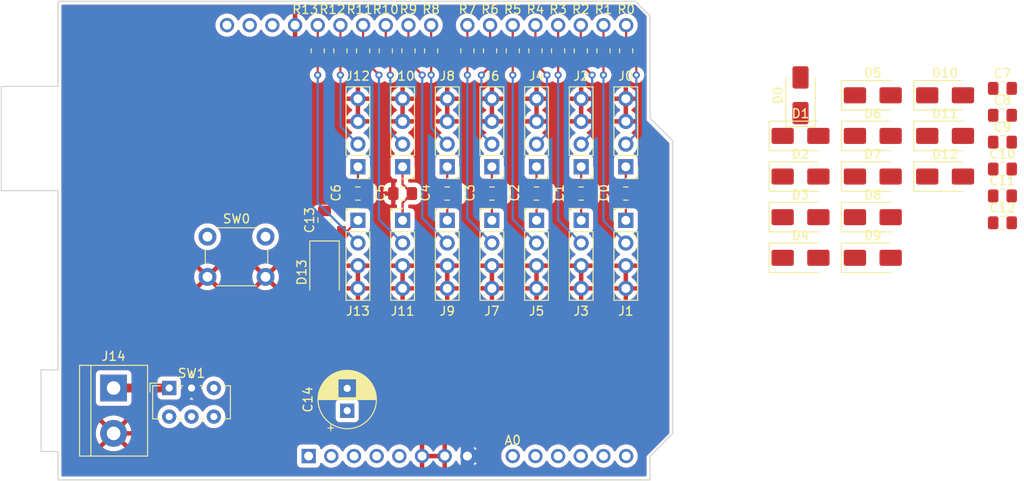
<source format=kicad_pcb>
(kicad_pcb (version 20221018) (generator pcbnew)
  (layers (0 "F.Cu" signal) (31 "B.Cu" signal) (34 "B.Paste" user) (35 "F.Paste" user) (36 "B.SilkS" user "B.Silkscreen") (37 "F.SilkS" user "F.Silkscreen") (38 "B.Mask" user) (39 "F.Mask" user) (44 "Edge.Cuts" user))
  (net 0 "")
  (net 2 "+5V")
  (net 3 "GND")
  (net 4 "/D0")
  (net 5 "/D2")
  (net 6 "/D4")
  (net 7 "/D6")
  (net 8 "/D7")
  (net 9 "/D8")
  (net 10 "/D9")
  (net 11 "/D10")
  (net 12 "/D11")
  (net 13 "/D13")
  (net 15 "Net-(J0-Pin_2)")
  (net 17 "Net-(J1-Pin_2)")
  (net 18 "Net-(J2-Pin_2)")
  (net 19 "Net-(J3-Pin_2)")
  (net 20 "Net-(J4-Pin_2)")
  (net 21 "Net-(J5-Pin_2)")
  (net 22 "Net-(J6-Pin_2)")
  (net 23 "Net-(J7-Pin_2)")
  (net 24 "Net-(J8-Pin_2)")
  (net 25 "Net-(J9-Pin_2)")
  (net 26 "Net-(J10-Pin_2)")
  (net 27 "Net-(J11-Pin_2)")
  (net 28 "Net-(J12-Pin_2)")
  (net 29 "Net-(J13-Pin_2)")
  (net 30 "/D1")
  (net 31 "/D3")
  (net 32 "/D5")
  (net 33 "/D12")
  (net 43 "Net-(A0-~{RESET})")
  (net 45 "Net-(D0-K)")
  (net 46 "Net-(D1-K)")
  (net 47 "Net-(D2-K)")
  (net 48 "Net-(D3-K)")
  (net 49 "Net-(D4-K)")
  (net 50 "Net-(D5-K)")
  (net 51 "Net-(D6-K)")
  (net 52 "Net-(D7-K)")
  (net 53 "Net-(D8-K)")
  (net 54 "Net-(D9-K)")
  (net 55 "Net-(D10-K)")
  (net 56 "Net-(D11-K)")
  (net 57 "Net-(D12-K)")
  (net 58 "Net-(D13-K)")
  (net 59 "/VIN")
  (footprint "Connector_PinHeader_2.54mm:PinHeader_1x04_P2.54mm_Vertical" (layer "F.Cu") (at 162 54.12)
    (fp_text reference "J7" (at 0 10.16) (layer "F.SilkS"))
    (fp_text value "Conn_01x04_Socket")
    (pad "1" thru_hole rect (at 0 0) (size 1.7 1.7) (drill 1) (layers "*.Cu" "*.Mask") (net 52 "Net-(D7-K)"))
    (pad "2" thru_hole oval (at 0 2.54) (size 1.7 1.7) (drill 1) (layers "*.Cu" "*.Mask") (net 23 "Net-(J7-Pin_2)"))
    (pad "3" thru_hole oval (at 0 5.08) (size 1.7 1.7) (drill 1) (layers "*.Cu" "*.Mask") (net 3 "GND"))
    (pad "4" thru_hole oval (at 0 7.62) (size 1.7 1.7) (drill 1) (layers "*.Cu" "*.Mask") (net 3 "GND"))
  )
  (footprint "Capacitor_SMD:C_0805_2012Metric_Pad1.18x1.45mm_HandSolder" (layer "F.Cu") (at 219.1805 51.384)
    (fp_text reference "C11" (at 0 -1.68) (layer "F.SilkS"))
    (fp_text value "100nF")
    (pad "1" smd roundrect (at -1.0375 0) (size 1.175 1.45) (layers "F.Cu" "F.Paste" "F.Mask") (roundrect_rratio 0.212766) (net 56 "Net-(D11-K)"))
    (pad "2" smd roundrect (at 1.0375 0) (size 1.175 1.45) (layers "F.Cu" "F.Paste" "F.Mask") (roundrect_rratio 0.212766) (net 3 "GND"))
  )
  (footprint "Resistor_SMD:R_0805_2012Metric" (layer "F.Cu") (at 169.418 35.1355 90)
    (fp_text reference "R3" (at 4.6355 0 180) (layer "F.SilkS"))
    (fp_text value "330R")
    (pad "1" smd roundrect (at -0.9125 0 90) (size 1.025 1.4) (layers "F.Cu" "F.Paste" "F.Mask") (roundrect_rratio 0.243902) (net 19 "Net-(J3-Pin_2)"))
    (pad "2" smd roundrect (at 0.9125 0 90) (size 1.025 1.4) (layers "F.Cu" "F.Paste" "F.Mask") (roundrect_rratio 0.243902) (net 4 "/D0"))
  )
  (footprint "Resistor_SMD:R_0805_2012Metric" (layer "F.Cu") (at 161.798 35.1355 90)
    (fp_text reference "R6" (at 4.6355 0 180) (layer "F.SilkS"))
    (fp_text value "330R")
    (pad "1" smd roundrect (at -0.9125 0 90) (size 1.025 1.4) (layers "F.Cu" "F.Paste" "F.Mask") (roundrect_rratio 0.243902) (net 22 "Net-(J6-Pin_2)"))
    (pad "2" smd roundrect (at 0.9125 0 90) (size 1.025 1.4) (layers "F.Cu" "F.Paste" "F.Mask") (roundrect_rratio 0.243902) (net 4 "/D0"))
  )
  (footprint "Connector_PinHeader_2.54mm:PinHeader_1x04_P2.54mm_Vertical" (layer "F.Cu") (at 147 54.12)
    (fp_text reference "J13" (at 0 10.16) (layer "F.SilkS"))
    (fp_text value "Conn_01x04_Socket")
    (pad "1" thru_hole rect (at 0 0) (size 1.7 1.7) (drill 1) (layers "*.Cu" "*.Mask") (net 58 "Net-(D13-K)"))
    (pad "2" thru_hole oval (at 0 2.54) (size 1.7 1.7) (drill 1) (layers "*.Cu" "*.Mask") (net 29 "Net-(J13-Pin_2)"))
    (pad "3" thru_hole oval (at 0 5.08) (size 1.7 1.7) (drill 1) (layers "*.Cu" "*.Mask") (net 3 "GND"))
    (pad "4" thru_hole oval (at 0 7.62) (size 1.7 1.7) (drill 1) (layers "*.Cu" "*.Mask") (net 3 "GND"))
  )
  (footprint "Button_Switch_THT:SW_PUSH_6mm_H5mm" (layer "F.Cu") (at 130.152 55.952)
    (fp_text reference "SW0" (at 3.25 -2) (layer "F.SilkS"))
    (fp_text value "SW_Push")
    (pad "1" thru_hole circle (at 0 0 90) (size 2 2) (drill 1.1) (layers "*.Cu" "*.Mask") (net 43 "Net-(A0-~{RESET})"))
    (pad "1" thru_hole circle (at 6.5 0 90) (size 2 2) (drill 1.1) (layers "*.Cu" "*.Mask") (net 43 "Net-(A0-~{RESET})"))
    (pad "2" thru_hole circle (at 0 4.5 90) (size 2 2) (drill 1.1) (layers "*.Cu" "*.Mask") (net 3 "GND"))
    (pad "2" thru_hole circle (at 6.5 4.5 90) (size 2 2) (drill 1.1) (layers "*.Cu" "*.Mask") (net 3 "GND"))
  )
  (footprint "Connector_PinHeader_2.54mm:PinHeader_1x04_P2.54mm_Vertical" (layer "F.Cu") (at 162 48.12 180)
    (fp_text reference "J6" (at 0 10.16) (layer "F.SilkS"))
    (fp_text value "Conn_01x04_Socket")
    (pad "1" thru_hole rect (at 0 0 180) (size 1.7 1.7) (drill 1) (layers "*.Cu" "*.Mask") (net 51 "Net-(D6-K)"))
    (pad "2" thru_hole oval (at 0 2.54 180) (size 1.7 1.7) (drill 1) (layers "*.Cu" "*.Mask") (net 22 "Net-(J6-Pin_2)"))
    (pad "3" thru_hole oval (at 0 5.08 180) (size 1.7 1.7) (drill 1) (layers "*.Cu" "*.Mask") (net 3 "GND"))
    (pad "4" thru_hole oval (at 0 7.62 180) (size 1.7 1.7) (drill 1) (layers "*.Cu" "*.Mask") (net 3 "GND"))
  )
  (footprint "Diode_SMD:D_SMA" (layer "F.Cu") (at 196.5655 40.114 90)
    (fp_text reference "D0" (at 0 -2.5 90) (layer "F.SilkS"))
    (fp_text value "US1A")
    (pad "1" smd roundrect (at -2 0 90) (size 2.5 1.8) (layers "F.Cu" "F.Paste" "F.Mask") (roundrect_rratio 0.1388888889) (net 45 "Net-(D0-K)"))
    (pad "2" smd roundrect (at 2 0 90) (size 2.5 1.8) (layers "F.Cu" "F.Paste" "F.Mask") (roundrect_rratio 0.1388888889) (net 59 "/VIN"))
  )
  (footprint "Diode_SMD:D_SMA" (layer "F.Cu") (at 212.7555 49.214)
    (fp_text reference "D12" (at 0 -2.5) (layer "F.SilkS"))
    (fp_text value "US1A")
    (pad "1" smd roundrect (at -2 0) (size 2.5 1.8) (layers "F.Cu" "F.Paste" "F.Mask") (roundrect_rratio 0.1388888889) (net 57 "Net-(D12-K)"))
    (pad "2" smd roundrect (at 2 0) (size 2.5 1.8) (layers "F.Cu" "F.Paste" "F.Mask") (roundrect_rratio 0.1388888889) (net 59 "/VIN"))
  )
  (footprint "Diode_SMD:D_SMA" (layer "F.Cu") (at 196.5655 44.664)
    (fp_text reference "D1" (at 0 -2.5) (layer "F.SilkS"))
    (fp_text value "US1A")
    (pad "1" smd roundrect (at -2 0) (size 2.5 1.8) (layers "F.Cu" "F.Paste" "F.Mask") (roundrect_rratio 0.1388888889) (net 46 "Net-(D1-K)"))
    (pad "2" smd roundrect (at 2 0) (size 2.5 1.8) (layers "F.Cu" "F.Paste" "F.Mask") (roundrect_rratio 0.1388888889) (net 59 "/VIN"))
  )
  (footprint "Connector_PinHeader_2.54mm:PinHeader_1x04_P2.54mm_Vertical" (layer "F.Cu") (at 147 48.12 180)
    (fp_text reference "J12" (at 0 10.16 180) (layer "F.SilkS"))
    (fp_text value "Conn_01x04_Socket")
    (pad "1" thru_hole rect (at 0 0 180) (size 1.7 1.7) (drill 1) (layers "*.Cu" "*.Mask") (net 57 "Net-(D12-K)"))
    (pad "2" thru_hole oval (at 0 2.54 180) (size 1.7 1.7) (drill 1) (layers "*.Cu" "*.Mask") (net 28 "Net-(J12-Pin_2)"))
    (pad "3" thru_hole oval (at 0 5.08 180) (size 1.7 1.7) (drill 1) (layers "*.Cu" "*.Mask") (net 3 "GND"))
    (pad "4" thru_hole oval (at 0 7.62 180) (size 1.7 1.7) (drill 1) (layers "*.Cu" "*.Mask") (net 3 "GND"))
  )
  (footprint "Connector_PinHeader_2.54mm:PinHeader_1x04_P2.54mm_Vertical" (layer "F.Cu") (at 152 48.12 180)
    (fp_text reference "J10" (at 0 10.16 180) (layer "F.SilkS"))
    (fp_text value "Conn_01x04_Socket")
    (pad "1" thru_hole rect (at 0 0 180) (size 1.7 1.7) (drill 1) (layers "*.Cu" "*.Mask") (net 55 "Net-(D10-K)"))
    (pad "2" thru_hole oval (at 0 2.54 180) (size 1.7 1.7) (drill 1) (layers "*.Cu" "*.Mask") (net 26 "Net-(J10-Pin_2)"))
    (pad "3" thru_hole oval (at 0 5.08 180) (size 1.7 1.7) (drill 1) (layers "*.Cu" "*.Mask") (net 3 "GND"))
    (pad "4" thru_hole oval (at 0 7.62 180) (size 1.7 1.7) (drill 1) (layers "*.Cu" "*.Mask") (net 3 "GND"))
  )
  (footprint "Diode_SMD:D_SMA" (layer "F.Cu") (at 196.5655 58.314)
    (fp_text reference "D4" (at 0 -2.5) (layer "F.SilkS"))
    (fp_text value "US1A")
    (pad "1" smd roundrect (at -2 0) (size 2.5 1.8) (layers "F.Cu" "F.Paste" "F.Mask") (roundrect_rratio 0.1388888889) (net 49 "Net-(D4-K)"))
    (pad "2" smd roundrect (at 2 0) (size 2.5 1.8) (layers "F.Cu" "F.Paste" "F.Mask") (roundrect_rratio 0.1388888889) (net 59 "/VIN"))
  )
  (footprint "Resistor_SMD:R_0805_2012Metric" (layer "F.Cu") (at 152.658 35.1355 90)
    (fp_text reference "R9" (at 4.6355 -0.004 180) (layer "F.SilkS"))
    (fp_text value "330R")
    (pad "1" smd roundrect (at -0.9125 0 90) (size 1.025 1.4) (layers "F.Cu" "F.Paste" "F.Mask") (roundrect_rratio 0.243902) (net 25 "Net-(J9-Pin_2)"))
    (pad "2" smd roundrect (at 0.9125 0 90) (size 1.025 1.4) (layers "F.Cu" "F.Paste" "F.Mask") (roundrect_rratio 0.243902) (net 4 "/D0"))
  )
  (footprint "Connector_PinHeader_2.54mm:PinHeader_1x04_P2.54mm_Vertical" (layer "F.Cu") (at 172 48.12 180)
    (fp_text reference "J2" (at 0 10.16) (layer "F.SilkS"))
    (fp_text value "Conn_01x04_Socket")
    (pad "1" thru_hole rect (at 0 0 180) (size 1.7 1.7) (drill 1) (layers "*.Cu" "*.Mask") (net 47 "Net-(D2-K)"))
    (pad "2" thru_hole oval (at 0 2.54 180) (size 1.7 1.7) (drill 1) (layers "*.Cu" "*.Mask") (net 18 "Net-(J2-Pin_2)"))
    (pad "3" thru_hole oval (at 0 5.08 180) (size 1.7 1.7) (drill 1) (layers "*.Cu" "*.Mask") (net 3 "GND"))
    (pad "4" thru_hole oval (at 0 7.62 180) (size 1.7 1.7) (drill 1) (layers "*.Cu" "*.Mask") (net 3 "GND"))
  )
  (footprint "Resistor_SMD:R_0805_2012Metric" (layer "F.Cu") (at 174.498 35.1355 90)
    (fp_text reference "R1" (at 4.6355 0 180) (layer "F.SilkS"))
    (fp_text value "330R")
    (pad "1" smd roundrect (at -0.9125 0 90) (size 1.025 1.4) (layers "F.Cu" "F.Paste" "F.Mask") (roundrect_rratio 0.243902) (net 17 "Net-(J1-Pin_2)"))
    (pad "2" smd roundrect (at 0.9125 0 90) (size 1.025 1.4) (layers "F.Cu" "F.Paste" "F.Mask") (roundrect_rratio 0.243902) (net 4 "/D0"))
  )
  (footprint "Diode_SMD:D_SMA" (layer "F.Cu") (at 196.5655 53.764)
    (fp_text reference "D3" (at 0 -2.5) (layer "F.SilkS"))
    (fp_text value "US1A")
    (pad "1" smd roundrect (at -2 0) (size 2.5 1.8) (layers "F.Cu" "F.Paste" "F.Mask") (roundrect_rratio 0.1388888889) (net 48 "Net-(D3-K)"))
    (pad "2" smd roundrect (at 2 0) (size 2.5 1.8) (layers "F.Cu" "F.Paste" "F.Mask") (roundrect_rratio 0.1388888889) (net 59 "/VIN"))
  )
  (footprint "Capacitor_SMD:C_0805_2012Metric_Pad1.18x1.45mm_HandSolder" (layer "F.Cu") (at 162 51.12 180)
    (fp_text reference "C3" (at 2.4625 0.08 90) (layer "F.SilkS"))
    (fp_text value "100nF")
    (pad "1" smd roundrect (at -1.0375 0 180) (size 1.175 1.45) (layers "F.Cu" "F.Paste" "F.Mask") (roundrect_rratio 0.212766) (net 48 "Net-(D3-K)"))
    (pad "2" smd roundrect (at 1.0375 0 180) (size 1.175 1.45) (layers "F.Cu" "F.Paste" "F.Mask") (roundrect_rratio 0.212766) (net 3 "GND"))
  )
  (footprint "Button_Switch_THT:SW_E-Switch_EG1271_SPDT" (layer "F.Cu") (at 125.8625 72.898)
    (fp_text reference "SW1" (at 2.5 -1.65) (layer "F.SilkS"))
    (fp_text value "SW_SPST")
    (pad "1" thru_hole rect (at 0 0) (size 1.6 1.6) (drill 0.8) (layers "*.Cu" "*.Mask") (net 2 "+5V"))
    (pad "2" thru_hole circle (at 2.5 0) (size 1.6 1.6) (drill 0.8) (layers "*.Cu" "*.Mask") (net 59 "/VIN"))
    (pad "3" thru_hole circle (at 5 0) (size 1.6 1.6) (drill 0.8) (layers "*.Cu" "*.Mask"))
    (pad "4" thru_hole circle (at 0 3.2) (size 1.6 1.6) (drill 0.8) (layers "*.Cu" "*.Mask"))
    (pad "5" thru_hole circle (at 2.5 3.2) (size 1.6 1.6) (drill 0.8) (layers "*.Cu" "*.Mask"))
    (pad "6" thru_hole circle (at 5 3.2) (size 1.6 1.6) (drill 0.8) (layers "*.Cu" "*.Mask"))
  )
  (footprint "Capacitor_SMD:C_0805_2012Metric_Pad1.18x1.45mm_HandSolder" (layer "F.Cu") (at 219.1805 45.364)
    (fp_text reference "C9" (at 0 -1.68) (layer "F.SilkS"))
    (fp_text value "100nF")
    (pad "1" smd roundrect (at -1.0375 0) (size 1.175 1.45) (layers "F.Cu" "F.Paste" "F.Mask") (roundrect_rratio 0.212766) (net 54 "Net-(D9-K)"))
    (pad "2" smd roundrect (at 1.0375 0) (size 1.175 1.45) (layers "F.Cu" "F.Paste" "F.Mask") (roundrect_rratio 0.212766) (net 3 "GND"))
  )
  (footprint "Capacitor_SMD:C_0805_2012Metric_Pad1.18x1.45mm_HandSolder" (layer "F.Cu") (at 143.256 54.102 90)
    (fp_text reference "C13" (at 0 -1.68 90) (layer "F.SilkS"))
    (fp_text value "100nF")
    (pad "1" smd roundrect (at -1.0375 0 90) (size 1.175 1.45) (layers "F.Cu" "F.Paste" "F.Mask") (roundrect_rratio 0.212766) (net 58 "Net-(D13-K)"))
    (pad "2" smd roundrect (at 1.0375 0 90) (size 1.175 1.45) (layers "F.Cu" "F.Paste" "F.Mask") (roundrect_rratio 0.212766) (net 3 "GND"))
  )
  (footprint "Capacitor_SMD:C_0805_2012Metric_Pad1.18x1.45mm_HandSolder" (layer "F.Cu") (at 157 51.12 180)
    (fp_text reference "C4" (at 2.4625 0.08 90) (layer "F.SilkS"))
    (fp_text value "100nF")
    (pad "1" smd roundrect (at -1.0375 0 180) (size 1.175 1.45) (layers "F.Cu" "F.Paste" "F.Mask") (roundrect_rratio 0.212766) (net 49 "Net-(D4-K)"))
    (pad "2" smd roundrect (at 1.0375 0 180) (size 1.175 1.45) (layers "F.Cu" "F.Paste" "F.Mask") (roundrect_rratio 0.212766) (net 3 "GND"))
  )
  (footprint "Capacitor_SMD:C_0805_2012Metric_Pad1.18x1.45mm_HandSolder" (layer "F.Cu") (at 219.1805 42.354)
    (fp_text reference "C8" (at 0 -1.68) (layer "F.SilkS"))
    (fp_text value "100nF")
    (pad "1" smd roundrect (at -1.0375 0) (size 1.175 1.45) (layers "F.Cu" "F.Paste" "F.Mask") (roundrect_rratio 0.212766) (net 53 "Net-(D8-K)"))
    (pad "2" smd roundrect (at 1.0375 0) (size 1.175 1.45) (layers "F.Cu" "F.Paste" "F.Mask") (roundrect_rratio 0.212766) (net 3 "GND"))
  )
  (footprint "Connector_PinHeader_2.54mm:PinHeader_1x04_P2.54mm_Vertical" (layer "F.Cu") (at 177 54.12)
    (fp_text reference "J1" (at 0 10.16 180) (layer "F.SilkS"))
    (fp_text value "Conn_01x04_Socket")
    (pad "1" thru_hole rect (at 0 0) (size 1.7 1.7) (drill 1) (layers "*.Cu" "*.Mask") (net 46 "Net-(D1-K)"))
    (pad "2" thru_hole oval (at 0 2.54) (size 1.7 1.7) (drill 1) (layers "*.Cu" "*.Mask") (net 17 "Net-(J1-Pin_2)"))
    (pad "3" thru_hole oval (at 0 5.08) (size 1.7 1.7) (drill 1) (layers "*.Cu" "*.Mask") (net 3 "GND"))
    (pad "4" thru_hole oval (at 0 7.62) (size 1.7 1.7) (drill 1) (layers "*.Cu" "*.Mask") (net 3 "GND"))
  )
  (footprint "Resistor_SMD:R_0805_2012Metric" (layer "F.Cu") (at 147.578 35.1355 90)
    (fp_text reference "R11" (at 4.6355 -0.385) (layer "F.SilkS"))
    (fp_text value "330R")
    (pad "1" smd roundrect (at -0.9125 0 90) (size 1.025 1.4) (layers "F.Cu" "F.Paste" "F.Mask") (roundrect_rratio 0.243902) (net 27 "Net-(J11-Pin_2)"))
    (pad "2" smd roundrect (at 0.9125 0 90) (size 1.025 1.4) (layers "F.Cu" "F.Paste" "F.Mask") (roundrect_rratio 0.243902) (net 4 "/D0"))
  )
  (footprint "Capacitor_SMD:C_0805_2012Metric_Pad1.18x1.45mm_HandSolder" (layer "F.Cu") (at 152 51.12 180)
    (fp_text reference "C5" (at 2.4625 0.08 90) (layer "F.SilkS"))
    (fp_text value "100nF")
    (pad "1" smd roundrect (at -1.0375 0 180) (size 1.175 1.45) (layers "F.Cu" "F.Paste" "F.Mask") (roundrect_rratio 0.212766) (net 50 "Net-(D5-K)"))
    (pad "2" smd roundrect (at 1.0375 0 180) (size 1.175 1.45) (layers "F.Cu" "F.Paste" "F.Mask") (roundrect_rratio 0.212766) (net 3 "GND"))
  )
  (footprint "Resistor_SMD:R_0805_2012Metric" (layer "F.Cu") (at 155.198 35.1355 90)
    (fp_text reference "R8" (at 4.6355 -0.004 180) (layer "F.SilkS"))
    (fp_text value "330R")
    (pad "1" smd roundrect (at -0.9125 0 90) (size 1.025 1.4) (layers "F.Cu" "F.Paste" "F.Mask") (roundrect_rratio 0.243902) (net 24 "Net-(J8-Pin_2)"))
    (pad "2" smd roundrect (at 0.9125 0 90) (size 1.025 1.4) (layers "F.Cu" "F.Paste" "F.Mask") (roundrect_rratio 0.243902) (net 4 "/D0"))
  )
  (footprint "TerminalBlock:TerminalBlock_bornier-2_P5.08mm" (layer "F.Cu") (at 119.634 72.898 -90)
    (fp_text reference "J14" (at -3.556 0 -180) (layer "F.SilkS"))
    (fp_text value "Conn_01x02_Socket")
    (pad "1" thru_hole rect (at 0 0 270) (size 3 3) (drill 1.52) (layers "*.Cu" "*.Mask") (net 2 "+5V"))
    (pad "2" thru_hole circle (at 5.08 0 270) (size 3 3) (drill 1.52) (layers "*.Cu" "*.Mask") (net 3 "GND"))
  )
  (footprint "Resistor_SMD:R_0805_2012Metric" (layer "F.Cu") (at 177.038 35.1355 90)
    (fp_text reference "R0" (at 4.6355 0 180) (layer "F.SilkS"))
    (fp_text value "330R")
    (pad "1" smd roundrect (at -0.9125 0 90) (size 1.025 1.4) (layers "F.Cu" "F.Paste" "F.Mask") (roundrect_rratio 0.243902) (net 15 "Net-(J0-Pin_2)"))
    (pad "2" smd roundrect (at 0.9125 0 90) (size 1.025 1.4) (layers "F.Cu" "F.Paste" "F.Mask") (roundrect_rratio 0.243902) (net 4 "/D0"))
  )
  (footprint "Resistor_SMD:R_0805_2012Metric" (layer "F.Cu") (at 164.338 35.1355 90)
    (fp_text reference "R5" (at 4.6355 0 180) (layer "F.SilkS"))
    (fp_text value "330R")
    (pad "1" smd roundrect (at -0.9125 0 90) (size 1.025 1.4) (layers "F.Cu" "F.Paste" "F.Mask") (roundrect_rratio 0.243902) (net 21 "Net-(J5-Pin_2)"))
    (pad "2" smd roundrect (at 0.9125 0 90) (size 1.025 1.4) (layers "F.Cu" "F.Paste" "F.Mask") (roundrect_rratio 0.243902) (net 4 "/D0"))
  )
  (footprint "Diode_SMD:D_SMA" (layer "F.Cu") (at 204.6605 53.764)
    (fp_text reference "D8" (at 0 -2.5) (layer "F.SilkS"))
    (fp_text value "US1A")
    (pad "1" smd roundrect (at -2 0) (size 2.5 1.8) (layers "F.Cu" "F.Paste" "F.Mask") (roundrect_rratio 0.1388888889) (net 53 "Net-(D8-K)"))
    (pad "2" smd roundrect (at 2 0) (size 2.5 1.8) (layers "F.Cu" "F.Paste" "F.Mask") (roundrect_rratio 0.1388888889) (net 59 "/VIN"))
  )
  (footprint "Capacitor_SMD:C_0805_2012Metric_Pad1.18x1.45mm_HandSolder" (layer "F.Cu") (at 167 51.12 180)
    (fp_text reference "C2" (at 2.4625 0.08 90) (layer "F.SilkS"))
    (fp_text value "100nF")
    (pad "1" smd roundrect (at -1.0375 0 180) (size 1.175 1.45) (layers "F.Cu" "F.Paste" "F.Mask") (roundrect_rratio 0.212766) (net 47 "Net-(D2-K)"))
    (pad "2" smd roundrect (at 1.0375 0 180) (size 1.175 1.45) (layers "F.Cu" "F.Paste" "F.Mask") (roundrect_rratio 0.212766) (net 3 "GND"))
  )
  (footprint "Capacitor_SMD:C_0805_2012Metric_Pad1.18x1.45mm_HandSolder" (layer "F.Cu") (at 172 51.12 180)
    (fp_text reference "C1" (at 2.4625 0.08 90) (layer "F.SilkS"))
    (fp_text value "100nF")
    (pad "1" smd roundrect (at -1.0375 0 180) (size 1.175 1.45) (layers "F.Cu" "F.Paste" "F.Mask") (roundrect_rratio 0.212766) (net 46 "Net-(D1-K)"))
    (pad "2" smd roundrect (at 1.0375 0 180) (size 1.175 1.45) (layers "F.Cu" "F.Paste" "F.Mask") (roundrect_rratio 0.212766) (net 3 "GND"))
  )
  (footprint "Connector_PinHeader_2.54mm:PinHeader_1x04_P2.54mm_Vertical" (layer "F.Cu") (at 167 48.12 180)
    (fp_text reference "J4" (at 0 10.16) (layer "F.SilkS"))
    (fp_text value "Conn_01x04_Socket")
    (pad "1" thru_hole rect (at 0 0 180) (size 1.7 1.7) (drill 1) (layers "*.Cu" "*.Mask") (net 49 "Net-(D4-K)"))
    (pad "2" thru_hole oval (at 0 2.54 180) (size 1.7 1.7) (drill 1) (layers "*.Cu" "*.Mask") (net 20 "Net-(J4-Pin_2)"))
    (pad "3" thru_hole oval (at 0 5.08 180) (size 1.7 1.7) (drill 1) (layers "*.Cu" "*.Mask") (net 3 "GND"))
    (pad "4" thru_hole oval (at 0 7.62 180) (size 1.7 1.7) (drill 1) (layers "*.Cu" "*.Mask") (net 3 "GND"))
  )
  (footprint "Diode_SMD:D_SMA" (layer "F.Cu") (at 212.7555 40.114)
    (fp_text reference "D10" (at 0 -2.5) (layer "F.SilkS"))
    (fp_text value "US1A")
    (pad "1" smd roundrect (at -2 0) (size 2.5 1.8) (layers "F.Cu" "F.Paste" "F.Mask") (roundrect_rratio 0.1388888889) (net 55 "Net-(D10-K)"))
    (pad "2" smd roundrect (at 2 0) (size 2.5 1.8) (layers "F.Cu" "F.Paste" "F.Mask") (roundrect_rratio 0.1388888889) (net 59 "/VIN"))
  )
  (footprint "Diode_SMD:D_SMA" (layer "F.Cu") (at 212.7555 44.664)
    (fp_text reference "D11" (at 0 -2.5) (layer "F.SilkS"))
    (fp_text value "US1A")
    (pad "1" smd roundrect (at -2 0) (size 2.5 1.8) (layers "F.Cu" "F.Paste" "F.Mask") (roundrect_rratio 0.1388888889) (net 56 "Net-(D11-K)"))
    (pad "2" smd roundrect (at 2 0) (size 2.5 1.8) (layers "F.Cu" "F.Paste" "F.Mask") (roundrect_rratio 0.1388888889) (net 59 "/VIN"))
  )
  (footprint "Diode_SMD:D_SMA" (layer "F.Cu") (at 204.6605 49.214)
    (fp_text reference "D7" (at 0 -2.5) (layer "F.SilkS"))
    (fp_text value "US1A")
    (pad "1" smd roundrect (at -2 0) (size 2.5 1.8) (layers "F.Cu" "F.Paste" "F.Mask") (roundrect_rratio 0.1388888889) (net 52 "Net-(D7-K)"))
    (pad "2" smd roundrect (at 2 0) (size 2.5 1.8) (layers "F.Cu" "F.Paste" "F.Mask") (roundrect_rratio 0.1388888889) (net 59 "/VIN"))
  )
  (footprint "Diode_SMD:D_SMA" (layer "F.Cu") (at 196.5655 49.214)
    (fp_text reference "D2" (at 0 -2.5) (layer "F.SilkS"))
    (fp_text value "US1A")
    (pad "1" smd roundrect (at -2 0) (size 2.5 1.8) (layers "F.Cu" "F.Paste" "F.Mask") (roundrect_rratio 0.1388888889) (net 47 "Net-(D2-K)"))
    (pad "2" smd roundrect (at 2 0) (size 2.5 1.8) (layers "F.Cu" "F.Paste" "F.Mask") (roundrect_rratio 0.1388888889) (net 59 "/VIN"))
  )
  (footprint "Connector_PinHeader_2.54mm:PinHeader_1x04_P2.54mm_Vertical" (layer "F.Cu") (at 177 48.12 180)
    (fp_text reference "J0" (at 0 10.16) (layer "F.SilkS"))
    (fp_text value "Conn_01x04_Socket")
    (pad "1" thru_hole rect (at 0 0 180) (size 1.7 1.7) (drill 1) (layers "*.Cu" "*.Mask") (net 45 "Net-(D0-K)"))
    (pad "2" thru_hole oval (at 0 2.54 180) (size 1.7 1.7) (drill 1) (layers "*.Cu" "*.Mask") (net 15 "Net-(J0-Pin_2)"))
    (pad "3" thru_hole oval (at 0 5.08 180) (size 1.7 1.7) (drill 1) (layers "*.Cu" "*.Mask") (net 3 "GND"))
    (pad "4" thru_hole oval (at 0 7.62 180) (size 1.7 1.7) (drill 1) (layers "*.Cu" "*.Mask") (net 3 "GND"))
  )
  (footprint "Connector_PinHeader_2.54mm:PinHeader_1x04_P2.54mm_Vertical" (layer "F.Cu") (at 157 48.12 180)
    (fp_text reference "J8" (at 0 10.16 180) (layer "F.SilkS"))
    (fp_text value "Conn_01x04_Socket")
    (pad "1" thru_hole rect (at 0 0 180) (size 1.7 1.7) (drill 1) (layers "*.Cu" "*.Mask") (net 53 "Net-(D8-K)"))
    (pad "2" thru_hole oval (at 0 2.54 180) (size 1.7 1.7) (drill 1) (layers "*.Cu" "*.Mask") (net 24 "Net-(J8-Pin_2)"))
    (pad "3" thru_hole oval (at 0 5.08 180) (size 1.7 1.7) (drill 1) (layers "*.Cu" "*.Mask") (net 3 "GND"))
    (pad "4" thru_hole oval (at 0 7.62 180) (size 1.7 1.7) (drill 1) (layers "*.Cu" "*.Mask") (net 3 "GND"))
  )
  (footprint "Diode_SMD:D_SMA" (layer "F.Cu") (at 143.256 59.944 -90)
    (fp_text reference "D13" (at 0 2.54 90) (layer "F.SilkS"))
    (fp_text value "US1A")
    (pad "1" smd roundrect (at -2 0 270) (size 2.5 1.8) (layers "F.Cu" "F.Paste" "F.Mask") (roundrect_rratio 0.1388888889) (net 58 "Net-(D13-K)"))
    (pad "2" smd roundrect (at 2 0 270) (size 2.5 1.8) (layers "F.Cu" "F.Paste" "F.Mask") (roundrect_rratio 0.1388888889) (net 59 "/VIN"))
  )
  (footprint "Connector_PinHeader_2.54mm:PinHeader_1x04_P2.54mm_Vertical" (layer "F.Cu") (at 167 54.12)
    (fp_text reference "J5" (at 0 10.16 180) (layer "F.SilkS"))
    (fp_text value "Conn_01x04_Socket")
    (pad "1" thru_hole rect (at 0 0) (size 1.7 1.7) (drill 1) (layers "*.Cu" "*.Mask") (net 50 "Net-(D5-K)"))
    (pad "2" thru_hole oval (at 0 2.54) (size 1.7 1.7) (drill 1) (layers "*.Cu" "*.Mask") (net 21 "Net-(J5-Pin_2)"))
    (pad "3" thru_hole oval (at 0 5.08) (size 1.7 1.7) (drill 1) (layers "*.Cu" "*.Mask") (net 3 "GND"))
    (pad "4" thru_hole oval (at 0 7.62) (size 1.7 1.7) (drill 1) (layers "*.Cu" "*.Mask") (net 3 "GND"))
  )
  (footprint "Capacitor_SMD:C_0805_2012Metric_Pad1.18x1.45mm_HandSolder" (layer "F.Cu") (at 219.1805 48.374)
    (fp_text reference "C10" (at 0 -1.68) (layer "F.SilkS"))
    (fp_text value "100nF")
    (pad "1" smd roundrect (at -1.0375 0) (size 1.175 1.45) (layers "F.Cu" "F.Paste" "F.Mask") (roundrect_rratio 0.212766) (net 55 "Net-(D10-K)"))
    (pad "2" smd roundrect (at 1.0375 0) (size 1.175 1.45) (layers "F.Cu" "F.Paste" "F.Mask") (roundrect_rratio 0.212766) (net 3 "GND"))
  )
  (footprint "Connector_PinHeader_2.54mm:PinHeader_1x04_P2.54mm_Vertical" (layer "F.Cu") (at 157 54.12)
    (fp_text reference "J9" (at 0 10.16) (layer "F.SilkS"))
    (fp_text value "Conn_01x04_Socket")
    (pad "1" thru_hole rect (at 0 0) (size 1.7 1.7) (drill 1) (layers "*.Cu" "*.Mask") (net 54 "Net-(D9-K)"))
    (pad "2" thru_hole oval (at 0 2.54) (size 1.7 1.7) (drill 1) (layers "*.Cu" "*.Mask") (net 25 "Net-(J9-Pin_2)"))
    (pad "3" thru_hole oval (at 0 5.08) (size 1.7 1.7) (drill 1) (layers "*.Cu" "*.Mask") (net 3 "GND"))
    (pad "4" thru_hole oval (at 0 7.62) (size 1.7 1.7) (drill 1) (layers "*.Cu" "*.Mask") (net 3 "GND"))
  )
  (footprint "Diode_SMD:D_SMA" (layer "F.Cu") (at 204.6605 40.114)
    (fp_text reference "D5" (at 0 -2.5) (layer "F.SilkS"))
    (fp_text value "US1A")
    (pad "1" smd roundrect (at -2 0) (size 2.5 1.8) (layers "F.Cu" "F.Paste" "F.Mask") (roundrect_rratio 0.1388888889) (net 50 "Net-(D5-K)"))
    (pad "2" smd roundrect (at 2 0) (size 2.5 1.8) (layers "F.Cu" "F.Paste" "F.Mask") (roundrect_rratio 0.1388888889) (net 59 "/VIN"))
  )
  (footprint "Capacitor_SMD:C_0805_2012Metric_Pad1.18x1.45mm_HandSolder" (layer "F.Cu") (at 177 51.12 180)
    (fp_text reference "C0" (at 2.4625 0.079 90) (layer "F.SilkS"))
    (fp_text value "100nF")
    (pad "1" smd roundrect (at -1.0375 0 180) (size 1.175 1.45) (layers "F.Cu" "F.Paste" "F.Mask") (roundrect_rratio 0.212766) (net 45 "Net-(D0-K)"))
    (pad "2" smd roundrect (at 1.0375 0 180) (size 1.175 1.45) (layers "F.Cu" "F.Paste" "F.Mask") (roundrect_rratio 0.212766) (net 3 "GND"))
  )
  (footprint "Capacitor_SMD:C_0805_2012Metric_Pad1.18x1.45mm_HandSolder" (layer "F.Cu") (at 219.1805 39.344)
    (fp_text reference "C7" (at 0 -1.68) (layer "F.SilkS"))
    (fp_text value "100nF")
    (pad "1" smd roundrect (at -1.0375 0) (size 1.175 1.45) (layers "F.Cu" "F.Paste" "F.Mask") (roundrect_rratio 0.212766) (net 52 "Net-(D7-K)"))
    (pad "2" smd roundrect (at 1.0375 0) (size 1.175 1.45) (layers "F.Cu" "F.Paste" "F.Mask") (roundrect_rratio 0.212766) (net 3 "GND"))
  )
  (footprint "Connector_PinHeader_2.54mm:PinHeader_1x04_P2.54mm_Vertical" (layer "F.Cu") (at 152 54.12)
    (fp_text reference "J11" (at 0 10.16) (layer "F.SilkS"))
    (fp_text value "Conn_01x04_Socket")
    (pad "1" thru_hole rect (at 0 0) (size 1.7 1.7) (drill 1) (layers "*.Cu" "*.Mask") (net 56 "Net-(D11-K)"))
    (pad "2" thru_hole oval (at 0 2.54) (size 1.7 1.7) (drill 1) (layers "*.Cu" "*.Mask") (net 27 "Net-(J11-Pin_2)"))
    (pad "3" thru_hole oval (at 0 5.08) (size 1.7 1.7) (drill 1) (layers "*.Cu" "*.Mask") (net 3 "GND"))
    (pad "4" thru_hole oval (at 0 7.62) (size 1.7 1.7) (drill 1) (layers "*.Cu" "*.Mask") (net 3 "GND"))
  )
  (footprint "Capacitor_SMD:C_0805_2012Metric_Pad1.18x1.45mm_HandSolder" (layer "F.Cu") (at 219.1805 54.394)
    (fp_text reference "C12" (at 0 -1.68) (layer "F.SilkS"))
    (fp_text value "100nF")
    (pad "1" smd roundrect (at -1.0375 0) (size 1.175 1.45) (layers "F.Cu" "F.Paste" "F.Mask") (roundrect_rratio 0.212766) (net 57 "Net-(D12-K)"))
    (pad "2" smd roundrect (at 1.0375 0) (size 1.175 1.45) (layers "F.Cu" "F.Paste" "F.Mask") (roundrect_rratio 0.212766) (net 3 "GND"))
  )
  (footprint "Resistor_SMD:R_0805_2012Metric" (layer "F.Cu") (at 166.878 35.1355 90)
    (fp_text reference "R4" (at 4.6355 0 180) (layer "F.SilkS"))
    (fp_text value "330R")
    (pad "1" smd roundrect (at -0.9125 0 90) (size 1.025 1.4) (layers "F.Cu" "F.Paste" "F.Mask") (roundrect_rratio 0.243902) (net 20 "Net-(J4-Pin_2)"))
    (pad "2" smd roundrect (at 0.9125 0 90) (size 1.025 1.4) (layers "F.Cu" "F.Paste" "F.Mask") (roundrect_rratio 0.243902) (net 4 "/D0"))
  )
  (footprint "Capacitor_THT:CP_Radial_D6.3mm_P2.50mm" (layer "F.Cu") (at 145.796 75.438 90)
    (fp_text reference "C14" (at 1.25 -4.4 90) (layer "F.SilkS"))
    (fp_text value "47uF")
    (pad "1" thru_hole rect (at 0 0 90) (size 1.6 1.6) (drill 0.8) (layers "*.Cu" "*.Mask") (net 2 "+5V"))
    (pad "2" thru_hole circle (at 2.5 0 90) (size 1.6 1.6) (drill 0.8) (layers "*.Cu" "*.Mask") (net 59 "/VIN"))
  )
  (footprint "Connector_PinHeader_2.54mm:PinHeader_1x04_P2.54mm_Vertical" (layer "F.Cu") (at 172 54.12)
    (fp_text reference "J3" (at 0 10.16 180) (layer "F.SilkS"))
    (fp_text value "Conn_01x04_Socket")
    (pad "1" thru_hole rect (at 0 0) (size 1.7 1.7) (drill 1) (layers "*.Cu" "*.Mask") (net 48 "Net-(D3-K)"))
    (pad "2" thru_hole oval (at 0 2.54) (size 1.7 1.7) (drill 1) (layers "*.Cu" "*.Mask") (net 19 "Net-(J3-Pin_2)"))
    (pad "3" thru_hole oval (at 0 5.08) (size 1.7 1.7) (drill 1) (layers "*.Cu" "*.Mask") (net 3 "GND"))
    (pad "4" thru_hole oval (at 0 7.62) (size 1.7 1.7) (drill 1) (layers "*.Cu" "*.Mask") (net 3 "GND"))
  )
  (footprint "Resistor_SMD:R_0805_2012Metric" (layer "F.Cu") (at 145.038 35.1355 90)
    (fp_text reference "R12" (at 4.6355 -0.893) (layer "F.SilkS"))
    (fp_text value "330R")
    (pad "1" smd roundrect (at -0.9125 0 90) (size 1.025 1.4) (layers "F.Cu" "F.Paste" "F.Mask") (roundrect_rratio 0.243902) (net 28 "Net-(J12-Pin_2)"))
    (pad "2" smd roundrect (at 0.9125 0 90) (size 1.025 1.4) (layers "F.Cu" "F.Paste" "F.Mask") (roundrect_rratio 0.243902) (net 4 "/D0"))
  )
  (footprint "Diode_SMD:D_SMA" (layer "F.Cu") (at 204.6605 44.664)
    (fp_text reference "D6" (at 0 -2.5) (layer "F.SilkS"))
    (fp_text value "US1A")
    (pad "1" smd roundrect (at -2 0) (size 2.5 1.8) (layers "F.Cu" "F.Paste" "F.Mask") (roundrect_rratio 0.1388888889) (net 51 "Net-(D6-K)"))
    (pad "2" smd roundrect (at 2 0) (size 2.5 1.8) (layers "F.Cu" "F.Paste" "F.Mask") (roundrect_rratio 0.1388888889) (net 59 "/VIN"))
  )
  (footprint "Resistor_SMD:R_0805_2012Metric" (layer "F.Cu") (at 150.118 35.1355 90)
    (fp_text reference "R10" (at 4.6355 -0.004 180) (layer "F.SilkS"))
    (fp_text value "330R")
    (pad "1" smd roundrect (at -0.9125 0 90) (size 1.025 1.4) (layers "F.Cu" "F.Paste" "F.Mask") (roundrect_rratio 0.243902) (net 26 "Net-(J10-Pin_2)"))
    (pad "2" smd roundrect (at 0.9125 0 90) (size 1.025 1.4) (layers "F.Cu" "F.Paste" "F.Mask") (roundrect_rratio 0.243902) (net 4 "/D0"))
  )
  (footprint "Resistor_SMD:R_0805_2012Metric" (layer "F.Cu") (at 142.498 35.1355 90)
    (fp_text reference "R13" (at 4.6355 -1.401 180) (layer "F.SilkS"))
    (fp_text value "330R")
    (pad "1" smd roundrect (at -0.9125 0 90) (size 1.025 1.4) (layers "F.Cu" "F.Paste" "F.Mask") (roundrect_rratio 0.243902) (net 29 "Net-(J13-Pin_2)"))
    (pad "2" smd roundrect (at 0.9125 0 90) (size 1.025 1.4) (layers "F.Cu" "F.Paste" "F.Mask") (roundrect_rratio 0.243902) (net 4 "/D0"))
  )
  (footprint "Resistor_SMD:R_0805_2012Metric" (layer "F.Cu") (at 171.958 35.1355 90)
    (fp_text reference "R2" (at 4.6355 0 180) (layer "F.SilkS"))
    (fp_text value "330R")
    (pad "1" smd roundrect (at -0.9125 0 90) (size 1.025 1.4) (layers "F.Cu" "F.Paste" "F.Mask") (roundrect_rratio 0.243902) (net 18 "Net-(J2-Pin_2)"))
    (pad "2" smd roundrect (at 0.9125 0 90) (size 1.025 1.4) (layers "F.Cu" "F.Paste" "F.Mask") (roundrect_rratio 0.243902) (net 4 "/D0"))
  )
  (footprint "Capacitor_SMD:C_0805_2012Metric_Pad1.18x1.45mm_HandSolder" (layer "F.Cu") (at 147 51.12 180)
    (fp_text reference "C6" (at 2.4625 0.08 90) (layer "F.SilkS"))
    (fp_text value "100nF")
    (pad "1" smd roundrect (at -1.0375 0 180) (size 1.175 1.45) (layers "F.Cu" "F.Paste" "F.Mask") (roundrect_rratio 0.212766) (net 51 "Net-(D6-K)"))
    (pad "2" smd roundrect (at 1.0375 0 180) (size 1.175 1.45) (layers "F.Cu" "F.Paste" "F.Mask") (roundrect_rratio 0.212766) (net 3 "GND"))
  )
  (footprint "Resistor_SMD:R_0805_2012Metric" (layer "F.Cu") (at 159.258 35.1355 90)
    (fp_text reference "R7" (at 4.6355 0 180) (layer "F.SilkS"))
    (fp_text value "330R")
    (pad "1" smd roundrect (at -0.9125 0 90) (size 1.025 1.4) (layers "F.Cu" "F.Paste" "F.Mask") (roundrect_rratio 0.243902) (net 23 "Net-(J7-Pin_2)"))
    (pad "2" smd roundrect (at 0.9125 0 90) (size 1.025 1.4) (layers "F.Cu" "F.Paste" "F.Mask") (roundrect_rratio 0.243902) (net 4 "/D0"))
  )
  (footprint "Diode_SMD:D_SMA" (layer "F.Cu") (at 204.6605 58.314)
    (fp_text reference "D9" (at 0 -2.5) (layer "F.SilkS"))
    (fp_text value "US1A")
    (pad "1" smd roundrect (at -2 0) (size 2.5 1.8) (layers "F.Cu" "F.Paste" "F.Mask") (roundrect_rratio 0.1388888889) (net 54 "Net-(D9-K)"))
    (pad "2" smd roundrect (at 2 0) (size 2.5 1.8) (layers "F.Cu" "F.Paste" "F.Mask") (roundrect_rratio 0.1388888889) (net 59 "/VIN"))
  )
  (footprint "ARGB_Board:Arduino_UNO_R3_EdgeCuts" (layer "B.Cu") (at 141.478 80.518)
    (fp_text reference "A0" (at 22.86 -1.778 180) (layer "F.SilkS"))
    (fp_text value "Arduino_UNO_R3")
    (fp_line (start -34.417 -41.403) (end -28.067 -41.403) (stroke (width 0.12)) (layer "Edge.Cuts"))
    (fp_line (start -34.417 -29.723) (end -34.417 -41.403) (stroke (width 0.12)) (layer "Edge.Cuts"))
    (fp_line (start -29.967 -9.653) (end -28.067 -9.653) (stroke (width 0.12)) (layer "Edge.Cuts"))
    (fp_line (start -29.967 -0.513) (end -29.967 -9.653) (stroke (width 0.12)) (layer "Edge.Cuts"))
    (fp_line (start -28.067 -50.933) (end 36.583 -50.933) (stroke (width 0.12)) (layer "Edge.Cuts"))
    (fp_line (start -28.067 -41.403) (end -28.067 -50.933) (stroke (width 0.12)) (layer "Edge.Cuts"))
    (fp_line (start -28.067 -29.723) (end -34.417 -29.723) (stroke (width 0.12)) (layer "Edge.Cuts"))
    (fp_line (start -28.067 -9.653) (end -28.067 -29.723) (stroke (width 0.12)) (layer "Edge.Cuts"))
    (fp_line (start -28.067 -0.513) (end -29.967 -0.513) (stroke (width 0.12)) (layer "Edge.Cuts"))
    (fp_line (start -28.067 2.667) (end -28.067 -0.513) (stroke (width 0.12)) (layer "Edge.Cuts"))
    (fp_line (start 36.583 -50.933) (end 38.233 -49.283) (stroke (width 0.12)) (layer "Edge.Cuts"))
    (fp_line (start 38.233 -49.283) (end 38.233 -37.853) (stroke (width 0.12)) (layer "Edge.Cuts"))
    (fp_line (start 38.233 -37.853) (end 40.773 -35.313) (stroke (width 0.12)) (layer "Edge.Cuts"))
    (fp_line (start 38.233 -0.003) (end 38.233 2.667) (stroke (width 0.12)) (layer "Edge.Cuts"))
    (fp_line (start 38.233 2.667) (end -28.067 2.667) (stroke (width 0.12)) (layer "Edge.Cuts"))
    (fp_line (start 40.773 -35.313) (end 40.773 -2.543) (stroke (width 0.12)) (layer "Edge.Cuts"))
    (fp_line (start 40.773 -2.543) (end 38.233 -0.003) (stroke (width 0.12)) (layer "Edge.Cuts"))
    (pad "1" thru_hole rect (at 0 0 270) (size 1.6 1.6) (drill 1) (layers "*.Cu" "*.Mask"))
    (pad "2" thru_hole oval (at 2.54 0 270) (size 1.6 1.6) (drill 1) (layers "*.Cu" "*.Mask"))
    (pad "3" thru_hole oval (at 5.08 0 270) (size 1.6 1.6) (drill 1) (layers "*.Cu" "*.Mask") (net 43 "Net-(A0-~{RESET})"))
    (pad "4" thru_hole oval (at 7.62 0 270) (size 1.6 1.6) (drill 1) (layers "*.Cu" "*.Mask"))
    (pad "5" thru_hole oval (at 10.16 0 270) (size 1.6 1.6) (drill 1) (layers "*.Cu" "*.Mask"))
    (pad "6" thru_hole oval (at 12.7 0 270) (size 1.6 1.6) (drill 1) (layers "*.Cu" "*.Mask") (net 3 "GND"))
    (pad "7" thru_hole oval (at 15.24 0 270) (size 1.6 1.6) (drill 1) (layers "*.Cu" "*.Mask") (net 3 "GND"))
    (pad "8" thru_hole oval (at 17.78 0 270) (size 1.6 1.6) (drill 1) (layers "*.Cu" "*.Mask") (net 59 "/VIN"))
    (pad "9" thru_hole oval (at 22.86 0 270) (size 1.6 1.6) (drill 1) (layers "*.Cu" "*.Mask"))
    (pad "10" thru_hole oval (at 25.4 0 270) (size 1.6 1.6) (drill 1) (layers "*.Cu" "*.Mask"))
    (pad "11" thru_hole oval (at 27.94 0 270) (size 1.6 1.6) (drill 1) (layers "*.Cu" "*.Mask"))
    (pad "12" thru_hole oval (at 30.48 0 270) (size 1.6 1.6) (drill 1) (layers "*.Cu" "*.Mask"))
    (pad "13" thru_hole oval (at 33.02 0 270) (size 1.6 1.6) (drill 1) (layers "*.Cu" "*.Mask"))
    (pad "14" thru_hole oval (at 35.56 0 270) (size 1.6 1.6) (drill 1) (layers "*.Cu" "*.Mask"))
    (pad "15" thru_hole oval (at 35.56 -48.26 270) (size 1.6 1.6) (drill 1) (layers "*.Cu" "*.Mask") (net 4 "/D0"))
    (pad "16" thru_hole oval (at 33.02 -48.26 270) (size 1.6 1.6) (drill 1) (layers "*.Cu" "*.Mask") (net 30 "/D1"))
    (pad "17" thru_hole oval (at 30.48 -48.26 270) (size 1.6 1.6) (drill 1) (layers "*.Cu" "*.Mask") (net 5 "/D2"))
    (pad "18" thru_hole oval (at 27.94 -48.26 270) (size 1.6 1.6) (drill 1) (layers "*.Cu" "*.Mask") (net 31 "/D3"))
    (pad "19" thru_hole oval (at 25.4 -48.26 270) (size 1.6 1.6) (drill 1) (layers "*.Cu" "*.Mask") (net 6 "/D4"))
    (pad "20" thru_hole oval (at 22.86 -48.26 270) (size 1.6 1.6) (drill 1) (layers "*.Cu" "*.Mask") (net 32 "/D5"))
    (pad "21" thru_hole oval (at 20.32 -48.26 270) (size 1.6 1.6) (drill 1) (layers "*.Cu" "*.Mask") (net 7 "/D6"))
    (pad "22" thru_hole oval (at 17.78 -48.26 270) (size 1.6 1.6) (drill 1) (layers "*.Cu" "*.Mask") (net 8 "/D7"))
    (pad "23" thru_hole oval (at 13.72 -48.26 270) (size 1.6 1.6) (drill 1) (layers "*.Cu" "*.Mask") (net 9 "/D8"))
    (pad "24" thru_hole oval (at 11.18 -48.26 270) (size 1.6 1.6) (drill 1) (layers "*.Cu" "*.Mask") (net 10 "/D9"))
    (pad "25" thru_hole oval (at 8.64 -48.26 270) (size 1.6 1.6) (drill 1) (layers "*.Cu" "*.Mask") (net 11 "/D10"))
    (pad "26" thru_hole oval (at 6.1 -48.26 270) (size 1.6 1.6) (drill 1) (layers "*.Cu" "*.Mask") (net 12 "/D11"))
    (pad "27" thru_hole oval (at 3.56 -48.26 270) (size 1.6 1.6) (drill 1) (layers "*.Cu" "*.Mask") (net 33 "/D12"))
    (pad "28" thru_hole oval (at 1.02 -48.26 270) (size 1.6 1.6) (drill 1) (layers "*.Cu" "*.Mask") (net 13 "/D13"))
    (pad "29" thru_hole oval (at -1.52 -48.26 270) (size 1.6 1.6) (drill 1) (layers "*.Cu" "*.Mask") (net 3 "GND"))
    (pad "30" thru_hole oval (at -4.06 -48.26 270) (size 1.6 1.6) (drill 1) (layers "*.Cu" "*.Mask"))
    (pad "31" thru_hole oval (at -6.6 -48.26 270) (size 1.6 1.6) (drill 1) (layers "*.Cu" "*.Mask"))
    (pad "32" thru_hole oval (at -9.14 -48.26 270) (size 1.6 1.6) (drill 1) (layers "*.Cu" "*.Mask"))
  )
  (segment (start 152 52.1575) (end 153.0375 51.12) (width 0.25) (layer "F.Cu") (net 2))
  (segment (start 177 48.12) (end 177 50.0825) (width 0.25) (layer "F.Cu") (net 2))
  (segment (start 162 48.12) (end 162 50.0825) (width 0.25) (layer "F.Cu") (net 2))
  (segment (start 157 48.12) (end 157 50.0825) (width 0.25) (layer "F.Cu") (net 2))
  (segment (start 177 54.12) (end 177 52.1575) (width 0.25) (layer "F.Cu") (net 2))
  (segment (start 162 54.12) (end 162 52.1575) (width 0.25) (layer "F.Cu") (net 2))
  (segment (start 157 52.1575) (end 158.0375 51.12) (width 0.25) (layer "F.Cu") (net 2))
  (segment (start 167 52.1575) (end 168.0375 51.12) (width 0.25) (layer "F.Cu") (net 2))
  (segment (start 172 48.12) (end 172 50.0825) (width 0.25) (layer "F.Cu") (net 2))
  (segment (start 167 50.0825) (end 168.0375 51.12) (width 0.25) (layer "F.Cu") (net 2))
  (segment (start 162 52.1575) (end 163.0375 51.12) (width 0.25) (layer "F.Cu") (net 2))
  (segment (start 162 50.0825) (end 163.0375 51.12) (width 0.25) (layer "F.Cu") (net 2))
  (segment (start 147 48.12) (end 147 50.0825) (width 0.25) (layer "F.Cu") (net 2))
  (segment (start 152 50.0825) (end 153.0375 51.12) (width 0.25) (layer "F.Cu") (net 2))
  (segment (start 172 54.12) (end 172 52.1575) (width 0.25) (layer "F.Cu") (net 2))
  (segment (start 119.634 72.898) (end 125.8625 72.898) (width 1) (layer "F.Cu") (net 2))
  (segment (start 167 54.12) (end 167 52.1575) (width 0.25) (layer "F.Cu") (net 2))
  (segment (start 147 50.0825) (end 148.0375 51.12) (width 0.25) (layer "F.Cu") (net 2))
  (segment (start 152 54.12) (end 152 52.1575) (width 0.25) (layer "F.Cu") (net 2))
  (segment (start 157 50.0825) (end 158.0375 51.12) (width 0.25) (layer "F.Cu") (net 2))
  (segment (start 152 48.12) (end 152 50.0825) (width 0.25) (layer "F.Cu") (net 2))
  (segment (start 157 54.12) (end 157 52.1575) (width 0.25) (layer "F.Cu") (net 2))
  (segment (start 177 52.1575) (end 178.0375 51.12) (width 0.25) (layer "F.Cu") (net 2))
  (segment (start 167 48.12) (end 167 50.0825) (width 0.25) (layer "F.Cu") (net 2))
  (segment (start 172 50.0825) (end 173.0375 51.12) (width 0.25) (layer "F.Cu") (net 2))
  (segment (start 172 52.1575) (end 173.0375 51.12) (width 0.25) (layer "F.Cu") (net 2))
  (segment (start 177 50.0825) (end 178.0375 51.12) (width 0.25) (layer "F.Cu") (net 2))
  (segment (start 147 52.1575) (end 148.0375 51.12) (width 0.25) (layer "F.Cu") (net 2))
  (segment (start 124.968 77.978) (end 119.634 77.978) (width 0.5) (layer "F.Cu") (net 3))
  (segment (start 177.038 34.29) (end 177.038 32.258) (width 0.25) (layer "F.Cu") (net 4))
  (segment (start 171.958 32.258) (end 171.958 34.29) (width 0.25) (layer "F.Cu") (net 5))
  (segment (start 166.878 34.29) (end 166.878 32.258) (width 0.25) (layer "F.Cu") (net 6))
  (segment (start 161.798 34.29) (end 161.798 32.258) (width 0.25) (layer "F.Cu") (net 7))
  (segment (start 159.258 34.29) (end 159.258 32.258) (width 0.25) (layer "F.Cu") (net 8))
  (segment (start 155.198 34.29) (end 155.198 32.258) (width 0.25) (layer "F.Cu") (net 9))
  (segment (start 152.658 34.29) (end 152.658 32.258) (width 0.25) (layer "F.Cu") (net 10))
  (segment (start 150.118 34.29) (end 150.118 32.258) (width 0.25) (layer "F.Cu") (net 11))
  (segment (start 147.578 34.29) (end 147.578 32.258) (width 0.25) (layer "F.Cu") (net 12))
  (segment (start 142.498 34.29) (end 142.498 32.258) (width 0.25) (layer "F.Cu") (net 13))
  (segment (start 178.175 37.846) (end 178.175 36.951) (width 0.25) (layer "F.Cu") (net 15))
  (segment (start 178.175 36.951) (end 177.272 36.048) (width 0.25) (layer "F.Cu") (net 15))
  (via (at 178.175 37.846) (size 0.8) (drill 0.4) (layers "F.Cu" "B.Cu") (net 15))
  (segment (start 178.175 44.405) (end 177 45.58) (width 0.25) (layer "B.Cu") (net 15))
  (segment (start 178.175 37.846) (end 178.175 44.405) (width 0.25) (layer "B.Cu") (net 15))
  (segment (start 174.498 36.048) (end 174.498 37.846) (width 0.25) (layer "F.Cu") (net 17))
  (via (at 174.498 37.846) (size 0.8) (drill 0.4) (layers "F.Cu" "B.Cu") (net 17))
  (segment (start 177 56.66) (end 174.498 54.158) (width 0.25) (layer "B.Cu") (net 17))
  (segment (start 174.498 54.158) (end 174.498 37.846) (width 0.25) (layer "B.Cu") (net 17))
  (segment (start 171.958 36.048) (end 171.958 36.576) (width 0.25) (layer "F.Cu") (net 18))
  (segment (start 171.958 36.576) (end 173.228 37.846) (width 0.25) (layer "F.Cu") (net 18))
  (via (at 173.228 37.846) (size 0.8) (drill 0.4) (layers "F.Cu" "B.Cu") (net 18))
  (segment (start 173.228 44.352) (end 173.228 37.846) (width 0.25) (layer "B.Cu") (net 18))
  (segment (start 172 45.58) (end 173.228 44.352) (width 0.25) (layer "B.Cu") (net 18))
  (segment (start 169.418 36.048) (end 169.418 37.846) (width 0.25) (layer "F.Cu") (net 19))
  (via (at 169.418 37.846) (size 0.8) (drill 0.4) (layers "F.Cu" "B.Cu") (net 19))
  (segment (start 172 56.66) (end 169.418 54.078) (width 0.25) (layer "B.Cu") (net 19))
  (segment (start 169.418 54.078) (end 169.418 37.846) (width 0.25) (layer "B.Cu") (net 19))
  (segment (start 166.878 36.549) (end 168.175 37.846) (width 0.25) (layer "F.Cu") (net 20))
  (segment (start 166.878 36.048) (end 166.878 36.549) (width 0.25) (layer "F.Cu") (net 20))
  (via (at 168.175 37.846) (size 0.8) (drill 0.4) (layers "F.Cu" "B.Cu") (net 20))
  (segment (start 168.175 44.405) (end 167 45.58) (width 0.25) (layer "B.Cu") (net 20))
  (segment (start 168.175 37.846) (end 168.175 44.405) (width 0.25) (layer "B.Cu") (net 20))
  (segment (start 164.338 36.048) (end 164.338 37.846) (width 0.25) (layer "F.Cu") (net 21))
  (via (at 164.338 37.846) (size 0.8) (drill 0.4) (layers "F.Cu" "B.Cu") (net 21))
  (segment (start 164.338 37.846) (end 164.338 53.998) (width 0.25) (layer "B.Cu") (net 21))
  (segment (start 164.338 53.998) (end 167 56.66) (width 0.25) (layer "B.Cu") (net 21))
  (segment (start 161.798 36.048) (end 161.798 36.873) (width 0.25) (layer "F.Cu") (net 22))
  (segment (start 161.798 36.873) (end 160.825 37.846) (width 0.25) (layer "F.Cu") (net 22))
  (via (at 160.825 37.846) (size 0.8) (drill 0.4) (layers "F.Cu" "B.Cu") (net 22))
  (segment (start 162 45.58) (end 160.825 44.405) (width 0.25) (layer "B.Cu") (net 22))
  (segment (start 160.825 44.405) (end 160.825 37.846) (width 0.25) (layer "B.Cu") (net 22))
  (segment (start 159.258 36.048) (end 159.258 37.846) (width 0.25) (layer "F.Cu") (net 23))
  (via (at 159.258 37.846) (size 0.8) (drill 0.4) (layers "F.Cu" "B.Cu") (net 23))
  (segment (start 159.258 53.918) (end 159.258 37.846) (width 0.25) (layer "B.Cu") (net 23))
  (segment (start 162 56.66) (end 159.258 53.918) (width 0.25) (layer "B.Cu") (net 23))
  (segment (start 155.198 36.048) (end 155.198 37.846) (width 0.25) (layer "F.Cu") (net 24))
  (via (at 155.198 37.846) (size 0.8) (drill 0.4) (layers "F.Cu" "B.Cu") (net 24))
  (segment (start 155.198 43.778) (end 155.198 37.846) (width 0.25) (layer "B.Cu") (net 24))
  (segment (start 157 45.58) (end 155.198 43.778) (width 0.25) (layer "B.Cu") (net 24))
  (segment (start 152.658 36.305503) (end 154.198497 37.846) (width 0.25) (layer "F.Cu") (net 25))
  (via (at 154.198497 37.846) (size 0.8) (drill 0.4) (layers "F.Cu" "B.Cu") (net 25))
  (segment (start 157 56.66) (end 154.198497 53.858497) (width 0.25) (layer "B.Cu") (net 25))
  (segment (start 154.198497 53.858497) (end 154.198497 37.846) (width 0.25) (layer "B.Cu") (net 25))
  (segment (start 150.622 36.552) (end 150.118 36.048) (width 0.25) (layer "F.Cu") (net 26))
  (segment (start 150.622 37.846) (end 150.622 36.552) (width 0.25) (layer "F.Cu") (net 26))
  (via (at 150.622 37.846) (size 0.8) (drill 0.4) (layers "F.Cu" "B.Cu") (net 26))
  (segment (start 150.622 44.202) (end 152 45.58) (width 0.25) (layer "B.Cu") (net 26))
  (segment (start 150.622 37.846) (end 150.622 44.202) (width 0.25) (layer "B.Cu") (net 26))
  (segment (start 149.352 37.846) (end 149.352 37.822) (width 0.25) (layer "F.Cu") (net 27))
  (segment (start 149.352 37.822) (end 147.578 36.048) (width 0.25) (layer "F.Cu") (net 27))
  (via (at 149.352 37.846) (size 0.8) (drill 0.4) (layers "F.Cu" "B.Cu") (net 27))
  (segment (start 149.352 54.012) (end 152 56.66) (width 0.25) (layer "B.Cu") (net 27))
  (segment (start 149.352 37.846) (end 149.352 54.012) (width 0.25) (layer "B.Cu") (net 27))
  (segment (start 145.034 37.846) (end 145.034 36.052) (width 0.25) (layer "F.Cu") (net 28))
  (via (at 145.034 37.846) (size 0.8) (drill 0.4) (layers "F.Cu" "B.Cu") (net 28))
  (segment (start 145.034 37.846) (end 145.038 37.85) (width 0.25) (layer "B.Cu") (net 28))
  (segment (start 145.038 43.618) (end 147 45.58) (width 0.25) (layer "B.Cu") (net 28))
  (segment (start 145.038 37.85) (end 145.038 43.618) (width 0.25) (layer "B.Cu") (net 28))
  (segment (start 142.494 37.846) (end 142.494 36.052) (width 0.25) (layer "F.Cu") (net 29))
  (via (at 142.494 37.846) (size 0.8) (drill 0.4) (layers "F.Cu" "B.Cu") (net 29))
  (segment (start 142.494 37.846) (end 142.494 38.1) (width 0.25) (layer "B.Cu") (net 29))
  (segment (start 142.498 38.104) (end 142.498 52.158) (width 0.25) (layer "B.Cu") (net 29))
  (segment (start 142.498 52.158) (end 147 56.66) (width 0.25) (layer "B.Cu") (net 29))
  (segment (start 142.494 38.1) (end 142.498 38.104) (width 0.25) (layer "B.Cu") (net 29))
  (segment (start 174.498 32.258) (end 174.498 34.29) (width 0.25) (layer "F.Cu") (net 30))
  (segment (start 169.418 32.258) (end 169.418 34.29) (width 0.25) (layer "F.Cu") (net 31))
  (segment (start 164.338 34.29) (end 164.338 32.258) (width 0.25) (layer "F.Cu") (net 32))
  (segment (start 145.038 34.29) (end 145.038 32.258) (width 0.25) (layer "F.Cu") (net 33))
  (segment (start 143.256 57.944) (end 143.256 57.864) (width 0.25) (layer "F.Cu") (net 58))
  (segment (start 143.256 55.1395) (end 143.256 57.944) (width 0.25) (layer "F.Cu") (net 58))
  (segment (start 143.256 57.864) (end 147 54.12) (width 0.25) (layer "F.Cu") (net 58))
  (zone (net 3) (net_name "GND") (layer "F.Cu") (connect_pads (clearance 0.5)) (min_thickness 0.25) (fill yes (thermal_gap 0.5) (thermal_bridge_width 0.5))
    (polygon (pts (xy 113.792 82.804) (xy 179.324 82.804) (xy 179.324 80.518) (xy 181.864 77.978) (xy 181.864 45.466) (xy 179.324 42.926) (xy 179.324 31.242) (xy 178.054 29.972) (xy 113.792 29.972)))
  )
  (zone (net 59) (net_name "/VIN") (layer "B.Cu") (connect_pads (clearance 0.5)) (min_thickness 0.25) (fill yes (thermal_gap 0.5) (thermal_bridge_width 1.5))
    (polygon (pts (xy 113.792 82.804) (xy 179.324 82.804) (xy 179.324 80.518) (xy 181.864 77.978) (xy 181.864 67.818) (xy 113.792 67.818)))
  )
  (zone (net 59) (net_name "/VIN") (layer "B.Cu") (connect_pads (clearance 0.5)) (min_thickness 0.25) (fill yes (thermal_gap 0.5) (thermal_bridge_width 0.5))
    (polygon (pts (xy 113.792 68.072) (xy 181.864 68.072) (xy 181.864 45.466) (xy 179.324 42.926) (xy 179.324 31.242) (xy 178.054 29.972) (xy 113.792 29.972)))
  )
)
</source>
